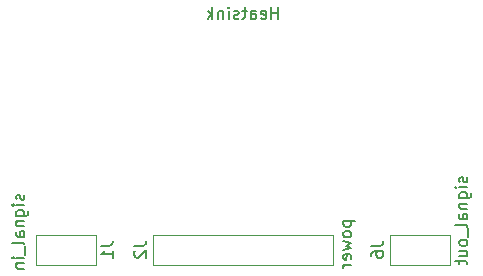
<source format=gbr>
%TF.GenerationSoftware,KiCad,Pcbnew,no-vcs-found-e797af3~59~ubuntu17.04.1*%
%TF.CreationDate,2017-07-18T08:46:09+02:00*%
%TF.ProjectId,LEDBoard_4x4_16bit,4C4544426F6172645F3478345F313662,0.1*%
%TF.SameCoordinates,Original%
%TF.FileFunction,Other,Fab,Bot*%
%FSLAX46Y46*%
G04 Gerber Fmt 4.6, Leading zero omitted, Abs format (unit mm)*
G04 Created by KiCad (PCBNEW no-vcs-found-e797af3~59~ubuntu17.04.1) date Tue Jul 18 08:46:09 2017*
%MOMM*%
%LPD*%
G01*
G04 APERTURE LIST*
%ADD10C,0.100000*%
%ADD11C,0.150000*%
G04 APERTURE END LIST*
D10*
X82460000Y-86730000D02*
X87540000Y-86730000D01*
X87540000Y-86730000D02*
X87540000Y-89270000D01*
X87540000Y-89270000D02*
X82460000Y-89270000D01*
X82460000Y-89270000D02*
X82460000Y-86730000D01*
X52460000Y-89270000D02*
X52460000Y-86730000D01*
X57540000Y-89270000D02*
X52460000Y-89270000D01*
X57540000Y-86730000D02*
X57540000Y-89270000D01*
X52460000Y-86730000D02*
X57540000Y-86730000D01*
X62380000Y-89270000D02*
X62380000Y-86730000D01*
X77620000Y-89270000D02*
X62380000Y-89270000D01*
X77620000Y-86730000D02*
X77620000Y-89270000D01*
X62380000Y-86730000D02*
X77620000Y-86730000D01*
D11*
X88904761Y-81857142D02*
X88952380Y-81952380D01*
X88952380Y-82142857D01*
X88904761Y-82238095D01*
X88809523Y-82285714D01*
X88761904Y-82285714D01*
X88666666Y-82238095D01*
X88619047Y-82142857D01*
X88619047Y-82000000D01*
X88571428Y-81904761D01*
X88476190Y-81857142D01*
X88428571Y-81857142D01*
X88333333Y-81904761D01*
X88285714Y-82000000D01*
X88285714Y-82142857D01*
X88333333Y-82238095D01*
X88952380Y-82714285D02*
X88285714Y-82714285D01*
X87952380Y-82714285D02*
X88000000Y-82666666D01*
X88047619Y-82714285D01*
X88000000Y-82761904D01*
X87952380Y-82714285D01*
X88047619Y-82714285D01*
X88285714Y-83619047D02*
X89095238Y-83619047D01*
X89190476Y-83571428D01*
X89238095Y-83523809D01*
X89285714Y-83428571D01*
X89285714Y-83285714D01*
X89238095Y-83190476D01*
X88904761Y-83619047D02*
X88952380Y-83523809D01*
X88952380Y-83333333D01*
X88904761Y-83238095D01*
X88857142Y-83190476D01*
X88761904Y-83142857D01*
X88476190Y-83142857D01*
X88380952Y-83190476D01*
X88333333Y-83238095D01*
X88285714Y-83333333D01*
X88285714Y-83523809D01*
X88333333Y-83619047D01*
X88285714Y-84095238D02*
X88952380Y-84095238D01*
X88380952Y-84095238D02*
X88333333Y-84142857D01*
X88285714Y-84238095D01*
X88285714Y-84380952D01*
X88333333Y-84476190D01*
X88428571Y-84523809D01*
X88952380Y-84523809D01*
X88952380Y-85428571D02*
X88428571Y-85428571D01*
X88333333Y-85380952D01*
X88285714Y-85285714D01*
X88285714Y-85095238D01*
X88333333Y-85000000D01*
X88904761Y-85428571D02*
X88952380Y-85333333D01*
X88952380Y-85095238D01*
X88904761Y-85000000D01*
X88809523Y-84952380D01*
X88714285Y-84952380D01*
X88619047Y-85000000D01*
X88571428Y-85095238D01*
X88571428Y-85333333D01*
X88523809Y-85428571D01*
X88952380Y-86047619D02*
X88904761Y-85952380D01*
X88809523Y-85904761D01*
X87952380Y-85904761D01*
X89047619Y-86190476D02*
X89047619Y-86952380D01*
X88952380Y-87333333D02*
X88904761Y-87238095D01*
X88857142Y-87190476D01*
X88761904Y-87142857D01*
X88476190Y-87142857D01*
X88380952Y-87190476D01*
X88333333Y-87238095D01*
X88285714Y-87333333D01*
X88285714Y-87476190D01*
X88333333Y-87571428D01*
X88380952Y-87619047D01*
X88476190Y-87666666D01*
X88761904Y-87666666D01*
X88857142Y-87619047D01*
X88904761Y-87571428D01*
X88952380Y-87476190D01*
X88952380Y-87333333D01*
X88285714Y-88523809D02*
X88952380Y-88523809D01*
X88285714Y-88095238D02*
X88809523Y-88095238D01*
X88904761Y-88142857D01*
X88952380Y-88238095D01*
X88952380Y-88380952D01*
X88904761Y-88476190D01*
X88857142Y-88523809D01*
X88285714Y-88857142D02*
X88285714Y-89238095D01*
X87952380Y-89000000D02*
X88809523Y-89000000D01*
X88904761Y-89047619D01*
X88952380Y-89142857D01*
X88952380Y-89238095D01*
X80852380Y-87666666D02*
X81566666Y-87666666D01*
X81709523Y-87619047D01*
X81804761Y-87523809D01*
X81852380Y-87380952D01*
X81852380Y-87285714D01*
X80852380Y-88571428D02*
X80852380Y-88380952D01*
X80900000Y-88285714D01*
X80947619Y-88238095D01*
X81090476Y-88142857D01*
X81280952Y-88095238D01*
X81661904Y-88095238D01*
X81757142Y-88142857D01*
X81804761Y-88190476D01*
X81852380Y-88285714D01*
X81852380Y-88476190D01*
X81804761Y-88571428D01*
X81757142Y-88619047D01*
X81661904Y-88666666D01*
X81423809Y-88666666D01*
X81328571Y-88619047D01*
X81280952Y-88571428D01*
X81233333Y-88476190D01*
X81233333Y-88285714D01*
X81280952Y-88190476D01*
X81328571Y-88142857D01*
X81423809Y-88095238D01*
X51404761Y-83357142D02*
X51452380Y-83452380D01*
X51452380Y-83642857D01*
X51404761Y-83738095D01*
X51309523Y-83785714D01*
X51261904Y-83785714D01*
X51166666Y-83738095D01*
X51119047Y-83642857D01*
X51119047Y-83500000D01*
X51071428Y-83404761D01*
X50976190Y-83357142D01*
X50928571Y-83357142D01*
X50833333Y-83404761D01*
X50785714Y-83500000D01*
X50785714Y-83642857D01*
X50833333Y-83738095D01*
X51452380Y-84214285D02*
X50785714Y-84214285D01*
X50452380Y-84214285D02*
X50500000Y-84166666D01*
X50547619Y-84214285D01*
X50500000Y-84261904D01*
X50452380Y-84214285D01*
X50547619Y-84214285D01*
X50785714Y-85119047D02*
X51595238Y-85119047D01*
X51690476Y-85071428D01*
X51738095Y-85023809D01*
X51785714Y-84928571D01*
X51785714Y-84785714D01*
X51738095Y-84690476D01*
X51404761Y-85119047D02*
X51452380Y-85023809D01*
X51452380Y-84833333D01*
X51404761Y-84738095D01*
X51357142Y-84690476D01*
X51261904Y-84642857D01*
X50976190Y-84642857D01*
X50880952Y-84690476D01*
X50833333Y-84738095D01*
X50785714Y-84833333D01*
X50785714Y-85023809D01*
X50833333Y-85119047D01*
X50785714Y-85595238D02*
X51452380Y-85595238D01*
X50880952Y-85595238D02*
X50833333Y-85642857D01*
X50785714Y-85738095D01*
X50785714Y-85880952D01*
X50833333Y-85976190D01*
X50928571Y-86023809D01*
X51452380Y-86023809D01*
X51452380Y-86928571D02*
X50928571Y-86928571D01*
X50833333Y-86880952D01*
X50785714Y-86785714D01*
X50785714Y-86595238D01*
X50833333Y-86500000D01*
X51404761Y-86928571D02*
X51452380Y-86833333D01*
X51452380Y-86595238D01*
X51404761Y-86500000D01*
X51309523Y-86452380D01*
X51214285Y-86452380D01*
X51119047Y-86500000D01*
X51071428Y-86595238D01*
X51071428Y-86833333D01*
X51023809Y-86928571D01*
X51452380Y-87547619D02*
X51404761Y-87452380D01*
X51309523Y-87404761D01*
X50452380Y-87404761D01*
X51547619Y-87690476D02*
X51547619Y-88452380D01*
X51452380Y-88690476D02*
X50785714Y-88690476D01*
X50452380Y-88690476D02*
X50500000Y-88642857D01*
X50547619Y-88690476D01*
X50500000Y-88738095D01*
X50452380Y-88690476D01*
X50547619Y-88690476D01*
X50785714Y-89166666D02*
X51452380Y-89166666D01*
X50880952Y-89166666D02*
X50833333Y-89214285D01*
X50785714Y-89309523D01*
X50785714Y-89452380D01*
X50833333Y-89547619D01*
X50928571Y-89595238D01*
X51452380Y-89595238D01*
X57952380Y-87666666D02*
X58666666Y-87666666D01*
X58809523Y-87619047D01*
X58904761Y-87523809D01*
X58952380Y-87380952D01*
X58952380Y-87285714D01*
X58952380Y-88666666D02*
X58952380Y-88095238D01*
X58952380Y-88380952D02*
X57952380Y-88380952D01*
X58095238Y-88285714D01*
X58190476Y-88190476D01*
X58238095Y-88095238D01*
X72952380Y-68452380D02*
X72952380Y-67452380D01*
X72952380Y-67928571D02*
X72380952Y-67928571D01*
X72380952Y-68452380D02*
X72380952Y-67452380D01*
X71523809Y-68404761D02*
X71619047Y-68452380D01*
X71809523Y-68452380D01*
X71904761Y-68404761D01*
X71952380Y-68309523D01*
X71952380Y-67928571D01*
X71904761Y-67833333D01*
X71809523Y-67785714D01*
X71619047Y-67785714D01*
X71523809Y-67833333D01*
X71476190Y-67928571D01*
X71476190Y-68023809D01*
X71952380Y-68119047D01*
X70619047Y-68452380D02*
X70619047Y-67928571D01*
X70666666Y-67833333D01*
X70761904Y-67785714D01*
X70952380Y-67785714D01*
X71047619Y-67833333D01*
X70619047Y-68404761D02*
X70714285Y-68452380D01*
X70952380Y-68452380D01*
X71047619Y-68404761D01*
X71095238Y-68309523D01*
X71095238Y-68214285D01*
X71047619Y-68119047D01*
X70952380Y-68071428D01*
X70714285Y-68071428D01*
X70619047Y-68023809D01*
X70285714Y-67785714D02*
X69904761Y-67785714D01*
X70142857Y-67452380D02*
X70142857Y-68309523D01*
X70095238Y-68404761D01*
X70000000Y-68452380D01*
X69904761Y-68452380D01*
X69619047Y-68404761D02*
X69523809Y-68452380D01*
X69333333Y-68452380D01*
X69238095Y-68404761D01*
X69190476Y-68309523D01*
X69190476Y-68261904D01*
X69238095Y-68166666D01*
X69333333Y-68119047D01*
X69476190Y-68119047D01*
X69571428Y-68071428D01*
X69619047Y-67976190D01*
X69619047Y-67928571D01*
X69571428Y-67833333D01*
X69476190Y-67785714D01*
X69333333Y-67785714D01*
X69238095Y-67833333D01*
X68761904Y-68452380D02*
X68761904Y-67785714D01*
X68761904Y-67452380D02*
X68809523Y-67500000D01*
X68761904Y-67547619D01*
X68714285Y-67500000D01*
X68761904Y-67452380D01*
X68761904Y-67547619D01*
X68285714Y-67785714D02*
X68285714Y-68452380D01*
X68285714Y-67880952D02*
X68238095Y-67833333D01*
X68142857Y-67785714D01*
X68000000Y-67785714D01*
X67904761Y-67833333D01*
X67857142Y-67928571D01*
X67857142Y-68452380D01*
X67380952Y-68452380D02*
X67380952Y-67452380D01*
X67285714Y-68071428D02*
X66999999Y-68452380D01*
X66999999Y-67785714D02*
X67380952Y-68166666D01*
X78465714Y-85571428D02*
X79465714Y-85571428D01*
X78513333Y-85571428D02*
X78465714Y-85666666D01*
X78465714Y-85857142D01*
X78513333Y-85952380D01*
X78560952Y-86000000D01*
X78656190Y-86047619D01*
X78941904Y-86047619D01*
X79037142Y-86000000D01*
X79084761Y-85952380D01*
X79132380Y-85857142D01*
X79132380Y-85666666D01*
X79084761Y-85571428D01*
X79132380Y-86619047D02*
X79084761Y-86523809D01*
X79037142Y-86476190D01*
X78941904Y-86428571D01*
X78656190Y-86428571D01*
X78560952Y-86476190D01*
X78513333Y-86523809D01*
X78465714Y-86619047D01*
X78465714Y-86761904D01*
X78513333Y-86857142D01*
X78560952Y-86904761D01*
X78656190Y-86952380D01*
X78941904Y-86952380D01*
X79037142Y-86904761D01*
X79084761Y-86857142D01*
X79132380Y-86761904D01*
X79132380Y-86619047D01*
X78465714Y-87285714D02*
X79132380Y-87476190D01*
X78656190Y-87666666D01*
X79132380Y-87857142D01*
X78465714Y-88047619D01*
X79084761Y-88809523D02*
X79132380Y-88714285D01*
X79132380Y-88523809D01*
X79084761Y-88428571D01*
X78989523Y-88380952D01*
X78608571Y-88380952D01*
X78513333Y-88428571D01*
X78465714Y-88523809D01*
X78465714Y-88714285D01*
X78513333Y-88809523D01*
X78608571Y-88857142D01*
X78703809Y-88857142D01*
X78799047Y-88380952D01*
X79132380Y-89285714D02*
X78465714Y-89285714D01*
X78656190Y-89285714D02*
X78560952Y-89333333D01*
X78513333Y-89380952D01*
X78465714Y-89476190D01*
X78465714Y-89571428D01*
X60772380Y-87666666D02*
X61486666Y-87666666D01*
X61629523Y-87619047D01*
X61724761Y-87523809D01*
X61772380Y-87380952D01*
X61772380Y-87285714D01*
X60867619Y-88095238D02*
X60820000Y-88142857D01*
X60772380Y-88238095D01*
X60772380Y-88476190D01*
X60820000Y-88571428D01*
X60867619Y-88619047D01*
X60962857Y-88666666D01*
X61058095Y-88666666D01*
X61200952Y-88619047D01*
X61772380Y-88047619D01*
X61772380Y-88666666D01*
M02*

</source>
